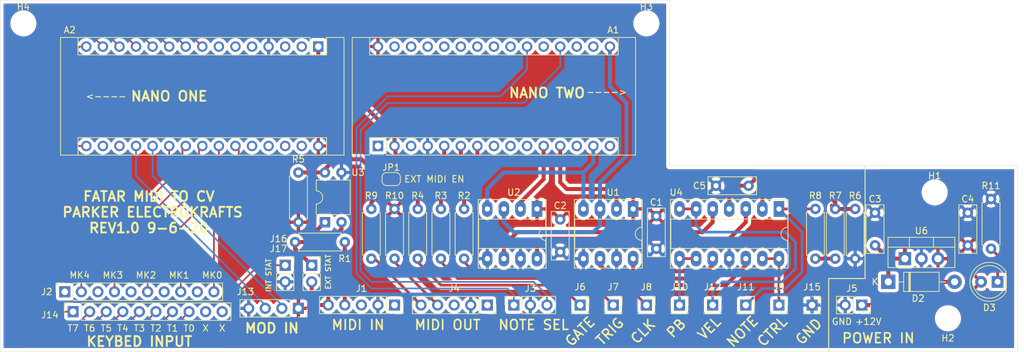
<source format=kicad_pcb>
(kicad_pcb (version 20171130) (host pcbnew "(5.1.6)-1")
  (layers (0 F.Cu signal) (31 B.Cu signal) (34 B.Paste user) (35 F.Paste user) (36 B.SilkS user) (37 F.SilkS user) (38 B.Mask user) (39 F.Mask user) (44 Edge.Cuts user))
  (net 0 "")
  (net 1 "Net-(A1-Pad16)")
  (net 2 "Net-(A1-Pad15)")
  (net 3 +5V)
  (net 4 "Net-(A1-Pad14)")
  (net 5 "Net-(A1-Pad29)")
  (net 6 "Net-(A1-Pad13)")
  (net 7 "Net-(A1-Pad28)")
  (net 8 "Net-(A1-Pad12)")
  (net 9 "Net-(A1-Pad27)")
  (net 10 "Net-(A1-Pad11)")
  (net 11 "Net-(A1-Pad26)")
  (net 12 "Net-(A1-Pad10)")
  (net 13 "Net-(A1-Pad25)")
  (net 14 "Net-(A1-Pad9)")
  (net 15 "Net-(A1-Pad24)")
  (net 16 "Net-(A1-Pad8)")
  (net 17 "Net-(A1-Pad23)")
  (net 18 "Net-(A1-Pad7)")
  (net 19 "Net-(A1-Pad22)")
  (net 20 "Net-(A1-Pad6)")
  (net 21 "Net-(A1-Pad21)")
  (net 22 "Net-(A1-Pad5)")
  (net 23 "Net-(A1-Pad20)")
  (net 24 GND)
  (net 25 "Net-(A1-Pad19)")
  (net 26 "Net-(A1-Pad3)")
  (net 27 "Net-(A1-Pad18)")
  (net 28 MIDI_OUT_FATAR)
  (net 29 "Net-(A1-Pad17)")
  (net 30 "Net-(A1-Pad1)")
  (net 31 T7)
  (net 32 T6)
  (net 33 T5)
  (net 34 "Net-(A2-Pad29)")
  (net 35 T4)
  (net 36 "Net-(A2-Pad28)")
  (net 37 T3)
  (net 38 "Net-(A2-Pad27)")
  (net 39 T2)
  (net 40 "Net-(A2-Pad26)")
  (net 41 T1)
  (net 42 MK4)
  (net 43 T0)
  (net 44 MK3)
  (net 45 MK2)
  (net 46 "Net-(A2-Pad7)")
  (net 47 MK1)
  (net 48 "Net-(A2-Pad6)")
  (net 49 MK0)
  (net 50 "Net-(A2-Pad5)")
  (net 51 MODWHEEL)
  (net 52 PITCHWHEEL)
  (net 53 "Net-(A2-Pad3)")
  (net 54 "Net-(A2-Pad18)")
  (net 55 "Net-(A2-Pad2)")
  (net 56 "Net-(A2-Pad17)")
  (net 57 +12V)
  (net 58 "Net-(D2-Pad2)")
  (net 59 "Net-(D3-Pad1)")
  (net 60 "Net-(J1-Pad4)")
  (net 61 "Net-(J1-Pad3)")
  (net 62 "Net-(J1-Pad1)")
  (net 63 BR4)
  (net 64 BR3)
  (net 65 BR2)
  (net 66 BR1)
  (net 67 BR0)
  (net 68 "Net-(J4-Pad5)")
  (net 69 "Net-(J4-Pad4)")
  (net 70 "Net-(J4-Pad3)")
  (net 71 "Net-(J4-Pad1)")
  (net 72 EXTERNAL_MIDI_IN)
  (net 73 CLOCK)
  (net 74 TRIGGER)
  (net 75 GATE)
  (net 76 "Net-(R6-Pad1)")
  (net 77 "Net-(R7-Pad2)")
  (net 78 NOTE)
  (net 79 "Net-(U1-Pad8)")
  (net 80 "Net-(U1-Pad6)")
  (net 81 "Net-(U2-Pad8)")
  (net 82 "Net-(U2-Pad6)")
  (net 83 CONTROL)
  (net 84 VELOCITY)
  (net 85 PITCHBEND)
  (net 86 "Net-(J14-Pad9)")
  (net 87 "Net-(J14-Pad10)")
  (net 88 "Net-(A2-Pad8)")
  (net 89 "Net-(J1-Pad5)")
  (net 90 "Net-(J17-Pad1)")
  (module Module:Arduino_Nano (layer F.Cu) (at 106.172 118.872 270)
    (fp_text reference A2 (at -2.54 38.1 180) (layer F.SilkS))
    (fp_text value Arduino_Nano_v2.x)
    (pad 16 thru_hole oval (at 15.24 35.56 270) (size 1.6 1.6) (drill 1) (layers *.Cu *.Mask) (net 31 T7))
    (pad 15 thru_hole oval (at 0 35.56 270) (size 1.6 1.6) (drill 1) (layers *.Cu *.Mask) (net 32 T6))
    (pad 30 thru_hole oval (at 15.24 0 270) (size 1.6 1.6) (drill 1) (layers *.Cu *.Mask) (net 3 +5V))
    (pad 14 thru_hole oval (at 0 33.02 270) (size 1.6 1.6) (drill 1) (layers *.Cu *.Mask) (net 33 T5))
    (pad 29 thru_hole oval (at 15.24 2.54 270) (size 1.6 1.6) (drill 1) (layers *.Cu *.Mask) (net 34 "Net-(A2-Pad29)"))
    (pad 13 thru_hole oval (at 0 30.48 270) (size 1.6 1.6) (drill 1) (layers *.Cu *.Mask) (net 35 T4))
    (pad 28 thru_hole oval (at 15.24 5.08 270) (size 1.6 1.6) (drill 1) (layers *.Cu *.Mask) (net 36 "Net-(A2-Pad28)"))
    (pad 12 thru_hole oval (at 0 27.94 270) (size 1.6 1.6) (drill 1) (layers *.Cu *.Mask) (net 37 T3))
    (pad 27 thru_hole oval (at 15.24 7.62 270) (size 1.6 1.6) (drill 1) (layers *.Cu *.Mask) (net 38 "Net-(A2-Pad27)"))
    (pad 11 thru_hole oval (at 0 25.4 270) (size 1.6 1.6) (drill 1) (layers *.Cu *.Mask) (net 39 T2))
    (pad 26 thru_hole oval (at 15.24 10.16 270) (size 1.6 1.6) (drill 1) (layers *.Cu *.Mask) (net 40 "Net-(A2-Pad26)"))
    (pad 10 thru_hole oval (at 0 22.86 270) (size 1.6 1.6) (drill 1) (layers *.Cu *.Mask) (net 41 T1))
    (pad 25 thru_hole oval (at 15.24 12.7 270) (size 1.6 1.6) (drill 1) (layers *.Cu *.Mask) (net 49 MK0))
    (pad 9 thru_hole oval (at 0 20.32 270) (size 1.6 1.6) (drill 1) (layers *.Cu *.Mask) (net 43 T0))
    (pad 24 thru_hole oval (at 15.24 15.24 270) (size 1.6 1.6) (drill 1) (layers *.Cu *.Mask) (net 47 MK1))
    (pad 8 thru_hole oval (at 0 17.78 270) (size 1.6 1.6) (drill 1) (layers *.Cu *.Mask) (net 88 "Net-(A2-Pad8)"))
    (pad 23 thru_hole oval (at 15.24 17.78 270) (size 1.6 1.6) (drill 1) (layers *.Cu *.Mask) (net 45 MK2))
    (pad 7 thru_hole oval (at 0 15.24 270) (size 1.6 1.6) (drill 1) (layers *.Cu *.Mask) (net 46 "Net-(A2-Pad7)"))
    (pad 22 thru_hole oval (at 15.24 20.32 270) (size 1.6 1.6) (drill 1) (layers *.Cu *.Mask) (net 44 MK3))
    (pad 6 thru_hole oval (at 0 12.7 270) (size 1.6 1.6) (drill 1) (layers *.Cu *.Mask) (net 48 "Net-(A2-Pad6)"))
    (pad 21 thru_hole oval (at 15.24 22.86 270) (size 1.6 1.6) (drill 1) (layers *.Cu *.Mask) (net 42 MK4))
    (pad 5 thru_hole oval (at 0 10.16 270) (size 1.6 1.6) (drill 1) (layers *.Cu *.Mask) (net 50 "Net-(A2-Pad5)"))
    (pad 20 thru_hole oval (at 15.24 25.4 270) (size 1.6 1.6) (drill 1) (layers *.Cu *.Mask) (net 51 MODWHEEL))
    (pad 4 thru_hole oval (at 0 7.62 270) (size 1.6 1.6) (drill 1) (layers *.Cu *.Mask) (net 24 GND))
    (pad 19 thru_hole oval (at 15.24 27.94 270) (size 1.6 1.6) (drill 1) (layers *.Cu *.Mask) (net 52 PITCHWHEEL))
    (pad 3 thru_hole oval (at 0 5.08 270) (size 1.6 1.6) (drill 1) (layers *.Cu *.Mask) (net 53 "Net-(A2-Pad3)"))
    (pad 18 thru_hole oval (at 15.24 30.48 270) (size 1.6 1.6) (drill 1) (layers *.Cu *.Mask) (net 54 "Net-(A2-Pad18)"))
    (pad 2 thru_hole oval (at 0 2.54 270) (size 1.6 1.6) (drill 1) (layers *.Cu *.Mask) (net 55 "Net-(A2-Pad2)"))
    (pad 17 thru_hole oval (at 15.24 33.02 270) (size 1.6 1.6) (drill 1) (layers *.Cu *.Mask) (net 56 "Net-(A2-Pad17)"))
    (pad 1 thru_hole rect (at 0 0 270) (size 1.6 1.6) (drill 1) (layers *.Cu *.Mask) (net 28 MIDI_OUT_FATAR))
  )
  (module Connector_PinSocket_2.54mm:PinSocket_1x02_P2.54mm_Vertical (layer F.Cu) (at 105.156 152.4)
    (fp_text reference J17 (at -5.08 -2.54) (layer F.SilkS))
    (fp_text value Conn_01x02)
    (pad 2 thru_hole oval (at 0 2.54) (size 1.7 1.7) (drill 1) (layers *.Cu *.Mask) (net 89 "Net-(J1-Pad5)"))
    (pad 1 thru_hole rect (at 0 0) (size 1.7 1.7) (drill 1) (layers *.Cu *.Mask) (net 90 "Net-(J17-Pad1)"))
  )
  (module Connector_PinSocket_2.54mm:PinSocket_1x02_P2.54mm_Vertical (layer F.Cu) (at 101.092 152.4)
    (fp_text reference J16 (at -1.016 -4.064) (layer F.SilkS))
    (fp_text value Conn_01x02)
    (pad 2 thru_hole oval (at 0 2.54) (size 1.7 1.7) (drill 1) (layers *.Cu *.Mask) (net 24 GND))
    (pad 1 thru_hole rect (at 0 0) (size 1.7 1.7) (drill 1) (layers *.Cu *.Mask) (net 88 "Net-(A2-Pad8)"))
  )
  (module MountingHole:MountingHole_3mm (layer F.Cu) (at 60.96 115.316)
    (fp_text reference H4 (at 0 -2.54) (layer F.SilkS))
    (fp_text value MountingHole)
    (pad 1 np_thru_hole circle (at 0 0) (size 3 3) (drill 3) (layers *.Cu *.Mask))
  )
  (module MountingHole:MountingHole_3mm (layer F.Cu) (at 156.464 115.316)
    (fp_text reference H3 (at 0 -2.54) (layer F.SilkS))
    (fp_text value MountingHole)
    (pad 1 np_thru_hole circle (at 0 0) (size 3 3) (drill 3) (layers *.Cu *.Mask))
  )
  (module MountingHole:MountingHole_3mm (layer F.Cu) (at 202.692 160.528)
    (fp_text reference H2 (at 0 3.048) (layer F.SilkS))
    (fp_text value MountingHole)
    (pad 1 np_thru_hole circle (at 0 0) (size 3 3) (drill 3) (layers *.Cu *.Mask))
  )
  (module MountingHole:MountingHole_3mm (layer F.Cu) (at 200.66 141.224)
    (fp_text reference H1 (at 0 -2.54) (layer F.SilkS))
    (fp_text value MountingHole)
    (pad 1 np_thru_hole circle (at 0 0) (size 3 3) (drill 3) (layers *.Cu *.Mask))
  )
  (module Jumper:SolderJumper-2_P1.3mm_Open_RoundedPad1.0x1.5mm (layer F.Cu) (at 117.348 139.192)
    (fp_text reference JP1 (at 0 -1.8) (layer F.SilkS))
    (fp_text value JUMPER)
    (pad 2 smd custom (at 0.65 0) (size 1 0.5) (layers F.Cu F.Mask) (net 28 MIDI_OUT_FATAR) (options (clearance outline) (anchor rect)) (primitives (gr_circle (center 0 0.25) (end 0.5 0.25) (width 0)) (gr_circle (center 0 -0.25) (end 0.5 -0.25) (width 0)) (gr_poly (pts (xy 0 -0.75) (xy -0.5 -0.75) (xy -0.5 0.75) (xy 0 0.75)) (width 0))))
    (pad 1 smd custom (at -0.65 0) (size 1 0.5) (layers F.Cu F.Mask) (net 72 EXTERNAL_MIDI_IN) (options (clearance outline) (anchor rect)) (primitives (gr_circle (center 0 0.25) (end 0.5 0.25) (width 0)) (gr_circle (center 0 -0.25) (end 0.5 -0.25) (width 0)) (gr_poly (pts (xy 0 -0.75) (xy 0.5 -0.75) (xy 0.5 0.75) (xy 0 0.75)) (width 0))))
  )
  (module Connector_PinSocket_2.54mm:PinSocket_1x01_P2.54mm_Vertical (layer F.Cu) (at 181.864 158.496)
    (fp_text reference J15 (at 0 -2.77) (layer F.SilkS))
    (fp_text value Conn_01x01)
    (pad 1 thru_hole rect (at 0 0) (size 1.7 1.7) (drill 1) (layers *.Cu *.Mask) (net 24 GND))
  )
  (module Connector_PinSocket_2.54mm:PinSocket_1x01_P2.54mm_Vertical (layer F.Cu) (at 166.624 158.496)
    (fp_text reference J12 (at 0 -2.77) (layer F.SilkS))
    (fp_text value Conn_01x01)
    (pad 1 thru_hole rect (at 0 0) (size 1.7 1.7) (drill 1) (layers *.Cu *.Mask) (net 84 VELOCITY))
  )
  (module Connector_PinSocket_2.54mm:PinSocket_1x01_P2.54mm_Vertical (layer F.Cu) (at 171.704 158.496)
    (fp_text reference J11 (at 0 -2.77) (layer F.SilkS))
    (fp_text value Conn_01x01)
    (pad 1 thru_hole rect (at 0 0) (size 1.7 1.7) (drill 1) (layers *.Cu *.Mask) (net 78 NOTE))
  )
  (module Connector_PinSocket_2.54mm:PinSocket_1x01_P2.54mm_Vertical (layer F.Cu) (at 161.544 158.496)
    (fp_text reference J10 (at 0 -2.77) (layer F.SilkS))
    (fp_text value Conn_01x01)
    (pad 1 thru_hole rect (at 0 0) (size 1.7 1.7) (drill 1) (layers *.Cu *.Mask) (net 85 PITCHBEND))
  )
  (module Connector_PinSocket_2.54mm:PinSocket_1x01_P2.54mm_Vertical (layer F.Cu) (at 176.784 158.496)
    (fp_text reference J9 (at 0 -2.77) (layer F.SilkS))
    (fp_text value Conn_01x01)
    (pad 1 thru_hole rect (at 0 0) (size 1.7 1.7) (drill 1) (layers *.Cu *.Mask) (net 83 CONTROL))
  )
  (module Connector_PinSocket_2.54mm:PinSocket_1x01_P2.54mm_Vertical (layer F.Cu) (at 156.464 158.496)
    (fp_text reference J8 (at 0 -2.77) (layer F.SilkS))
    (fp_text value Conn_01x01)
    (pad 1 thru_hole rect (at 0 0) (size 1.7 1.7) (drill 1) (layers *.Cu *.Mask) (net 73 CLOCK))
  )
  (module Connector_PinSocket_2.54mm:PinSocket_1x01_P2.54mm_Vertical (layer F.Cu) (at 151.384 158.496)
    (fp_text reference J7 (at 0 -2.77) (layer F.SilkS))
    (fp_text value Conn_01x01)
    (pad 1 thru_hole rect (at 0 0) (size 1.7 1.7) (drill 1) (layers *.Cu *.Mask) (net 74 TRIGGER))
  )
  (module Connector_PinSocket_2.54mm:PinSocket_1x01_P2.54mm_Vertical (layer F.Cu) (at 146.304 158.496)
    (fp_text reference J6 (at 0 -2.77) (layer F.SilkS))
    (fp_text value Conn_01x01)
    (pad 1 thru_hole rect (at 0 0) (size 1.7 1.7) (drill 1) (layers *.Cu *.Mask) (net 75 GATE))
  )
  (module Connector_PinSocket_2.54mm:PinSocket_1x10_P2.54mm_Vertical (layer F.Cu) (at 68.58 159.512 90)
    (fp_text reference J14 (at -0.508 -3.556) (layer F.SilkS))
    (fp_text value Conn_01x10)
    (pad 10 thru_hole oval (at 0 22.86 90) (size 1.7 1.7) (drill 1) (layers *.Cu *.Mask) (net 87 "Net-(J14-Pad10)"))
    (pad 9 thru_hole oval (at 0 20.32 90) (size 1.7 1.7) (drill 1) (layers *.Cu *.Mask) (net 86 "Net-(J14-Pad9)"))
    (pad 8 thru_hole oval (at 0 17.78 90) (size 1.7 1.7) (drill 1) (layers *.Cu *.Mask) (net 43 T0))
    (pad 7 thru_hole oval (at 0 15.24 90) (size 1.7 1.7) (drill 1) (layers *.Cu *.Mask) (net 41 T1))
    (pad 6 thru_hole oval (at 0 12.7 90) (size 1.7 1.7) (drill 1) (layers *.Cu *.Mask) (net 39 T2))
    (pad 5 thru_hole oval (at 0 10.16 90) (size 1.7 1.7) (drill 1) (layers *.Cu *.Mask) (net 37 T3))
    (pad 4 thru_hole oval (at 0 7.62 90) (size 1.7 1.7) (drill 1) (layers *.Cu *.Mask) (net 35 T4))
    (pad 3 thru_hole oval (at 0 5.08 90) (size 1.7 1.7) (drill 1) (layers *.Cu *.Mask) (net 33 T5))
    (pad 2 thru_hole oval (at 0 2.54 90) (size 1.7 1.7) (drill 1) (layers *.Cu *.Mask) (net 32 T6))
    (pad 1 thru_hole rect (at 0 0 90) (size 1.7 1.7) (drill 1) (layers *.Cu *.Mask) (net 31 T7))
  )
  (module Connector_PinSocket_2.54mm:PinSocket_1x10_P2.54mm_Vertical (layer F.Cu) (at 67.31 156.464 90)
    (fp_text reference J2 (at 0 -2.77) (layer F.SilkS))
    (fp_text value Conn_01x10)
    (pad 10 thru_hole oval (at 0 22.86 90) (size 1.7 1.7) (drill 1) (layers *.Cu *.Mask) (net 49 MK0))
    (pad 9 thru_hole oval (at 0 20.32 90) (size 1.7 1.7) (drill 1) (layers *.Cu *.Mask) (net 67 BR0))
    (pad 8 thru_hole oval (at 0 17.78 90) (size 1.7 1.7) (drill 1) (layers *.Cu *.Mask) (net 47 MK1))
    (pad 7 thru_hole oval (at 0 15.24 90) (size 1.7 1.7) (drill 1) (layers *.Cu *.Mask) (net 66 BR1))
    (pad 6 thru_hole oval (at 0 12.7 90) (size 1.7 1.7) (drill 1) (layers *.Cu *.Mask) (net 45 MK2))
    (pad 5 thru_hole oval (at 0 10.16 90) (size 1.7 1.7) (drill 1) (layers *.Cu *.Mask) (net 65 BR2))
    (pad 4 thru_hole oval (at 0 7.62 90) (size 1.7 1.7) (drill 1) (layers *.Cu *.Mask) (net 44 MK3))
    (pad 3 thru_hole oval (at 0 5.08 90) (size 1.7 1.7) (drill 1) (layers *.Cu *.Mask) (net 64 BR3))
    (pad 2 thru_hole oval (at 0 2.54 90) (size 1.7 1.7) (drill 1) (layers *.Cu *.Mask) (net 42 MK4))
    (pad 1 thru_hole rect (at 0 0 90) (size 1.7 1.7) (drill 1) (layers *.Cu *.Mask) (net 63 BR4))
  )
  (module Module:Arduino_Nano (layer F.Cu) (at 115.316 134.112 90)
    (fp_text reference A1 (at 17.78 36.068) (layer F.SilkS))
    (fp_text value Arduino_Nano_v2.x)
    (pad 16 thru_hole oval (at 15.24 35.56 90) (size 1.6 1.6) (drill 1) (layers *.Cu *.Mask) (net 1 "Net-(A1-Pad16)"))
    (pad 15 thru_hole oval (at 0 35.56 90) (size 1.6 1.6) (drill 1) (layers *.Cu *.Mask) (net 2 "Net-(A1-Pad15)"))
    (pad 30 thru_hole oval (at 15.24 0 90) (size 1.6 1.6) (drill 1) (layers *.Cu *.Mask) (net 3 +5V))
    (pad 14 thru_hole oval (at 0 33.02 90) (size 1.6 1.6) (drill 1) (layers *.Cu *.Mask) (net 4 "Net-(A1-Pad14)"))
    (pad 29 thru_hole oval (at 15.24 2.54 90) (size 1.6 1.6) (drill 1) (layers *.Cu *.Mask) (net 5 "Net-(A1-Pad29)"))
    (pad 13 thru_hole oval (at 0 30.48 90) (size 1.6 1.6) (drill 1) (layers *.Cu *.Mask) (net 6 "Net-(A1-Pad13)"))
    (pad 28 thru_hole oval (at 15.24 5.08 90) (size 1.6 1.6) (drill 1) (layers *.Cu *.Mask) (net 7 "Net-(A1-Pad28)"))
    (pad 12 thru_hole oval (at 0 27.94 90) (size 1.6 1.6) (drill 1) (layers *.Cu *.Mask) (net 8 "Net-(A1-Pad12)"))
    (pad 27 thru_hole oval (at 15.24 7.62 90) (size 1.6 1.6) (drill 1) (layers *.Cu *.Mask) (net 9 "Net-(A1-Pad27)"))
    (pad 11 thru_hole oval (at 0 25.4 90) (size 1.6 1.6) (drill 1) (layers *.Cu *.Mask) (net 10 "Net-(A1-Pad11)"))
    (pad 26 thru_hole oval (at 15.24 10.16 90) (size 1.6 1.6) (drill 1) (layers *.Cu *.Mask) (net 11 "Net-(A1-Pad26)"))
    (pad 10 thru_hole oval (at 0 22.86 90) (size 1.6 1.6) (drill 1) (layers *.Cu *.Mask) (net 12 "Net-(A1-Pad10)"))
    (pad 25 thru_hole oval (at 15.24 12.7 90) (size 1.6 1.6) (drill 1) (layers *.Cu *.Mask) (net 13 "Net-(A1-Pad25)"))
    (pad 9 thru_hole oval (at 0 20.32 90) (size 1.6 1.6) (drill 1) (layers *.Cu *.Mask) (net 14 "Net-(A1-Pad9)"))
    (pad 24 thru_hole oval (at 15.24 15.24 90) (size 1.6 1.6) (drill 1) (layers *.Cu *.Mask) (net 15 "Net-(A1-Pad24)"))
    (pad 8 thru_hole oval (at 0 17.78 90) (size 1.6 1.6) (drill 1) (layers *.Cu *.Mask) (net 16 "Net-(A1-Pad8)"))
    (pad 23 thru_hole oval (at 15.24 17.78 90) (size 1.6 1.6) (drill 1) (layers *.Cu *.Mask) (net 17 "Net-(A1-Pad23)"))
    (pad 7 thru_hole oval (at 0 15.24 90) (size 1.6 1.6) (drill 1) (layers *.Cu *.Mask) (net 18 "Net-(A1-Pad7)"))
    (pad 22 thru_hole oval (at 15.24 20.32 90) (size 1.6 1.6) (drill 1) (layers *.Cu *.Mask) (net 19 "Net-(A1-Pad22)"))
    (pad 6 thru_hole oval (at 0 12.7 90) (size 1.6 1.6) (drill 1) (layers *.Cu *.Mask) (net 20 "Net-(A1-Pad6)"))
    (pad 21 thru_hole oval (at 15.24 22.86 90) (size 1.6 1.6) (drill 1) (layers *.Cu *.Mask) (net 21 "Net-(A1-Pad21)"))
    (pad 5 thru_hole oval (at 0 10.16 90) (size 1.6 1.6) (drill 1) (layers *.Cu *.Mask) (net 22 "Net-(A1-Pad5)"))
    (pad 20 thru_hole oval (at 15.24 25.4 90) (size 1.6 1.6) (drill 1) (layers *.Cu *.Mask) (net 23 "Net-(A1-Pad20)"))
    (pad 4 thru_hole oval (at 0 7.62 90) (size 1.6 1.6) (drill 1) (layers *.Cu *.Mask) (net 24 GND))
    (pad 19 thru_hole oval (at 15.24 27.94 90) (size 1.6 1.6) (drill 1) (layers *.Cu *.Mask) (net 25 "Net-(A1-Pad19)"))
    (pad 3 thru_hole oval (at 0 5.08 90) (size 1.6 1.6) (drill 1) (layers *.Cu *.Mask) (net 26 "Net-(A1-Pad3)"))
    (pad 18 thru_hole oval (at 15.24 30.48 90) (size 1.6 1.6) (drill 1) (layers *.Cu *.Mask) (net 27 "Net-(A1-Pad18)"))
    (pad 2 thru_hole oval (at 0 2.54 90) (size 1.6 1.6) (drill 1) (layers *.Cu *.Mask) (net 28 MIDI_OUT_FATAR))
    (pad 17 thru_hole oval (at 15.24 33.02 90) (size 1.6 1.6) (drill 1) (layers *.Cu *.Mask) (net 29 "Net-(A1-Pad17)"))
    (pad 1 thru_hole rect (at 0 0 90) (size 1.6 1.6) (drill 1) (layers *.Cu *.Mask) (net 30 "Net-(A1-Pad1)"))
  )
  (module Package_DIP:DIP-8_W7.62mm_Socket_LongPads (layer F.Cu) (at 154.432 143.764 270)
    (fp_text reference U1 (at -2.54 3.048 180) (layer F.SilkS))
    (fp_text value MCP4822)
    (pad 8 thru_hole oval (at 7.62 0 270) (size 2.4 1.6) (drill 0.8) (layers *.Cu *.Mask) (net 79 "Net-(U1-Pad8)"))
    (pad 4 thru_hole oval (at 0 7.62 270) (size 2.4 1.6) (drill 0.8) (layers *.Cu *.Mask) (net 4 "Net-(A1-Pad14)"))
    (pad 7 thru_hole oval (at 7.62 2.54 270) (size 2.4 1.6) (drill 0.8) (layers *.Cu *.Mask) (net 24 GND))
    (pad 3 thru_hole oval (at 0 5.08 270) (size 2.4 1.6) (drill 0.8) (layers *.Cu *.Mask) (net 1 "Net-(A1-Pad16)"))
    (pad 6 thru_hole oval (at 7.62 5.08 270) (size 2.4 1.6) (drill 0.8) (layers *.Cu *.Mask) (net 80 "Net-(U1-Pad6)"))
    (pad 2 thru_hole oval (at 0 2.54 270) (size 2.4 1.6) (drill 0.8) (layers *.Cu *.Mask) (net 8 "Net-(A1-Pad12)"))
    (pad 5 thru_hole oval (at 7.62 7.62 270) (size 2.4 1.6) (drill 0.8) (layers *.Cu *.Mask) (net 24 GND))
    (pad 1 thru_hole rect (at 0 0 270) (size 2.4 1.6) (drill 0.8) (layers *.Cu *.Mask) (net 3 +5V))
  )
  (module Package_DIP:DIP-14_W7.62mm_Socket_LongPads (layer F.Cu) (at 176.784 143.764 270)
    (fp_text reference U4 (at -2.54 15.748) (layer F.SilkS))
    (fp_text value LM324N)
    (pad 14 thru_hole oval (at 7.62 0 270) (size 2.4 1.6) (drill 0.8) (layers *.Cu *.Mask) (net 83 CONTROL))
    (pad 7 thru_hole oval (at 0 15.24 270) (size 2.4 1.6) (drill 0.8) (layers *.Cu *.Mask) (net 84 VELOCITY))
    (pad 13 thru_hole oval (at 7.62 2.54 270) (size 2.4 1.6) (drill 0.8) (layers *.Cu *.Mask) (net 83 CONTROL))
    (pad 6 thru_hole oval (at 0 12.7 270) (size 2.4 1.6) (drill 0.8) (layers *.Cu *.Mask) (net 84 VELOCITY))
    (pad 12 thru_hole oval (at 7.62 5.08 270) (size 2.4 1.6) (drill 0.8) (layers *.Cu *.Mask) (net 80 "Net-(U1-Pad6)"))
    (pad 5 thru_hole oval (at 0 10.16 270) (size 2.4 1.6) (drill 0.8) (layers *.Cu *.Mask) (net 82 "Net-(U2-Pad6)"))
    (pad 11 thru_hole oval (at 7.62 7.62 270) (size 2.4 1.6) (drill 0.8) (layers *.Cu *.Mask) (net 24 GND))
    (pad 4 thru_hole oval (at 0 7.62 270) (size 2.4 1.6) (drill 0.8) (layers *.Cu *.Mask) (net 57 +12V))
    (pad 10 thru_hole oval (at 7.62 10.16 270) (size 2.4 1.6) (drill 0.8) (layers *.Cu *.Mask) (net 79 "Net-(U1-Pad8)"))
    (pad 3 thru_hole oval (at 0 5.08 270) (size 2.4 1.6) (drill 0.8) (layers *.Cu *.Mask) (net 81 "Net-(U2-Pad8)"))
    (pad 9 thru_hole oval (at 7.62 12.7 270) (size 2.4 1.6) (drill 0.8) (layers *.Cu *.Mask) (net 85 PITCHBEND))
    (pad 2 thru_hole oval (at 0 2.54 270) (size 2.4 1.6) (drill 0.8) (layers *.Cu *.Mask) (net 76 "Net-(R6-Pad1)"))
    (pad 8 thru_hole oval (at 7.62 15.24 270) (size 2.4 1.6) (drill 0.8) (layers *.Cu *.Mask) (net 85 PITCHBEND))
    (pad 1 thru_hole rect (at 0 0 270) (size 2.4 1.6) (drill 0.8) (layers *.Cu *.Mask) (net 78 NOTE))
  )
  (module Resistor_THT:R_Axial_DIN0207_L6.3mm_D2.5mm_P7.62mm_Horizontal (layer F.Cu) (at 182.372 151.384 90)
    (fp_text reference R8 (at 9.652 0) (layer F.SilkS))
    (fp_text value 4.7k)
    (pad 2 thru_hole oval (at 7.62 0 90) (size 1.6 1.6) (drill 0.8) (layers *.Cu *.Mask) (net 78 NOTE))
    (pad 1 thru_hole circle (at 0 0 90) (size 1.6 1.6) (drill 0.8) (layers *.Cu *.Mask) (net 77 "Net-(R7-Pad2)"))
  )
  (module Capacitor_THT:C_Rect_L7.2mm_W2.5mm_P5.00mm_FKS2_FKP2_MKS2_MKP2 (layer F.Cu) (at 167.132 140.208)
    (fp_text reference C5 (at -2.54 0) (layer F.SilkS))
    (fp_text value .01uF)
    (pad 2 thru_hole circle (at 5 0) (size 1.6 1.6) (drill 0.8) (layers *.Cu *.Mask) (net 57 +12V))
    (pad 1 thru_hole circle (at 0 0) (size 1.6 1.6) (drill 0.8) (layers *.Cu *.Mask) (net 24 GND))
  )
  (module Package_TO_SOT_THT:TO-220-3_Vertical (layer F.Cu) (at 196.088 151.384)
    (fp_text reference U6 (at 2.54 -4.27) (layer F.SilkS))
    (fp_text value LM7805_TO220)
    (pad 3 thru_hole oval (at 5.08 0) (size 1.905 2) (drill 1.1) (layers *.Cu *.Mask) (net 3 +5V))
    (pad 2 thru_hole oval (at 2.54 0) (size 1.905 2) (drill 1.1) (layers *.Cu *.Mask) (net 24 GND))
    (pad 1 thru_hole rect (at 0 0) (size 1.905 2) (drill 1.1) (layers *.Cu *.Mask) (net 57 +12V))
  )
  (module Package_DIP:DIP-4_W7.62mm (layer F.Cu) (at 107.188 145.796 90)
    (fp_text reference U3 (at 7.62 5.08) (layer F.SilkS))
    (fp_text value SFH617A-1)
    (pad 4 thru_hole oval (at 7.62 0 90) (size 1.6 1.6) (drill 0.8) (layers *.Cu *.Mask) (net 72 EXTERNAL_MIDI_IN))
    (pad 2 thru_hole oval (at 0 2.54 90) (size 1.6 1.6) (drill 0.8) (layers *.Cu *.Mask) (net 89 "Net-(J1-Pad5)"))
    (pad 3 thru_hole oval (at 7.62 2.54 90) (size 1.6 1.6) (drill 0.8) (layers *.Cu *.Mask) (net 24 GND))
    (pad 1 thru_hole rect (at 0 0 90) (size 1.6 1.6) (drill 0.8) (layers *.Cu *.Mask) (net 90 "Net-(J17-Pad1)"))
  )
  (module Package_DIP:DIP-8_W7.62mm_Socket_LongPads (layer F.Cu) (at 139.7 143.764 270)
    (fp_text reference U2 (at -2.54 3.556) (layer F.SilkS))
    (fp_text value MCP4822)
    (pad 8 thru_hole oval (at 7.62 0 270) (size 2.4 1.6) (drill 0.8) (layers *.Cu *.Mask) (net 81 "Net-(U2-Pad8)"))
    (pad 4 thru_hole oval (at 0 7.62 270) (size 2.4 1.6) (drill 0.8) (layers *.Cu *.Mask) (net 4 "Net-(A1-Pad14)"))
    (pad 7 thru_hole oval (at 7.62 2.54 270) (size 2.4 1.6) (drill 0.8) (layers *.Cu *.Mask) (net 24 GND))
    (pad 3 thru_hole oval (at 0 5.08 270) (size 2.4 1.6) (drill 0.8) (layers *.Cu *.Mask) (net 1 "Net-(A1-Pad16)"))
    (pad 6 thru_hole oval (at 7.62 5.08 270) (size 2.4 1.6) (drill 0.8) (layers *.Cu *.Mask) (net 82 "Net-(U2-Pad6)"))
    (pad 2 thru_hole oval (at 0 2.54 270) (size 2.4 1.6) (drill 0.8) (layers *.Cu *.Mask) (net 10 "Net-(A1-Pad11)"))
    (pad 5 thru_hole oval (at 7.62 7.62 270) (size 2.4 1.6) (drill 0.8) (layers *.Cu *.Mask) (net 24 GND))
    (pad 1 thru_hole rect (at 0 0 270) (size 2.4 1.6) (drill 0.8) (layers *.Cu *.Mask) (net 3 +5V))
  )
  (module Resistor_THT:R_Axial_DIN0207_L6.3mm_D2.5mm_P7.62mm_Horizontal (layer F.Cu) (at 209.296 142.24 270)
    (fp_text reference R11 (at -2.032 0) (layer F.SilkS))
    (fp_text value 220)
    (pad 2 thru_hole oval (at 7.62 0 270) (size 1.6 1.6) (drill 0.8) (layers *.Cu *.Mask) (net 59 "Net-(D3-Pad1)"))
    (pad 1 thru_hole circle (at 0 0 270) (size 1.6 1.6) (drill 0.8) (layers *.Cu *.Mask) (net 24 GND))
  )
  (module Resistor_THT:R_Axial_DIN0207_L6.3mm_D2.5mm_P7.62mm_Horizontal (layer F.Cu) (at 117.856 143.764 270)
    (fp_text reference R10 (at -2.032 0) (layer F.SilkS))
    (fp_text value 220)
    (pad 2 thru_hole oval (at 7.62 0 270) (size 1.6 1.6) (drill 0.8) (layers *.Cu *.Mask) (net 69 "Net-(J4-Pad4)"))
    (pad 1 thru_hole circle (at 0 0 270) (size 1.6 1.6) (drill 0.8) (layers *.Cu *.Mask) (net 3 +5V))
  )
  (module Resistor_THT:R_Axial_DIN0207_L6.3mm_D2.5mm_P7.62mm_Horizontal (layer F.Cu) (at 114.3 151.384 90)
    (fp_text reference R9 (at 9.652 0) (layer F.SilkS))
    (fp_text value 220)
    (pad 2 thru_hole oval (at 7.62 0 90) (size 1.6 1.6) (drill 0.8) (layers *.Cu *.Mask) (net 28 MIDI_OUT_FATAR))
    (pad 1 thru_hole circle (at 0 0 90) (size 1.6 1.6) (drill 0.8) (layers *.Cu *.Mask) (net 68 "Net-(J4-Pad5)"))
  )
  (module Resistor_THT:R_Axial_DIN0207_L6.3mm_D2.5mm_P7.62mm_Horizontal (layer F.Cu) (at 185.42 143.764 270)
    (fp_text reference R7 (at -2.032 0 180) (layer F.SilkS))
    (fp_text value 3k)
    (pad 2 thru_hole oval (at 7.62 0 270) (size 1.6 1.6) (drill 0.8) (layers *.Cu *.Mask) (net 77 "Net-(R7-Pad2)"))
    (pad 1 thru_hole circle (at 0 0 270) (size 1.6 1.6) (drill 0.8) (layers *.Cu *.Mask) (net 76 "Net-(R6-Pad1)"))
  )
  (module Resistor_THT:R_Axial_DIN0207_L6.3mm_D2.5mm_P7.62mm_Horizontal (layer F.Cu) (at 188.468 143.764 270)
    (fp_text reference R6 (at -2.032 0) (layer F.SilkS))
    (fp_text value 10k)
    (pad 2 thru_hole oval (at 7.62 0 270) (size 1.6 1.6) (drill 0.8) (layers *.Cu *.Mask) (net 24 GND))
    (pad 1 thru_hole circle (at 0 0 270) (size 1.6 1.6) (drill 0.8) (layers *.Cu *.Mask) (net 76 "Net-(R6-Pad1)"))
  )
  (module Resistor_THT:R_Axial_DIN0207_L6.3mm_D2.5mm_P7.62mm_Horizontal (layer F.Cu) (at 103.124 138.176 270)
    (fp_text reference R5 (at -2.032 0) (layer F.SilkS))
    (fp_text value 500)
    (pad 2 thru_hole oval (at 7.62 0 270) (size 1.6 1.6) (drill 0.8) (layers *.Cu *.Mask) (net 3 +5V))
    (pad 1 thru_hole circle (at 0 0 270) (size 1.6 1.6) (drill 0.8) (layers *.Cu *.Mask) (net 72 EXTERNAL_MIDI_IN))
  )
  (module Resistor_THT:R_Axial_DIN0207_L6.3mm_D2.5mm_P7.62mm_Horizontal (layer F.Cu) (at 121.412 151.384 90)
    (fp_text reference R4 (at 9.652 0) (layer F.SilkS))
    (fp_text value 1k)
    (pad 2 thru_hole oval (at 7.62 0 90) (size 1.6 1.6) (drill 0.8) (layers *.Cu *.Mask) (net 22 "Net-(A1-Pad5)"))
    (pad 1 thru_hole circle (at 0 0 90) (size 1.6 1.6) (drill 0.8) (layers *.Cu *.Mask) (net 75 GATE))
  )
  (module Resistor_THT:R_Axial_DIN0207_L6.3mm_D2.5mm_P7.62mm_Horizontal (layer F.Cu) (at 124.968 151.384 90)
    (fp_text reference R3 (at 9.652 0) (layer F.SilkS))
    (fp_text value 1k)
    (pad 2 thru_hole oval (at 7.62 0 90) (size 1.6 1.6) (drill 0.8) (layers *.Cu *.Mask) (net 20 "Net-(A1-Pad6)"))
    (pad 1 thru_hole circle (at 0 0 90) (size 1.6 1.6) (drill 0.8) (layers *.Cu *.Mask) (net 74 TRIGGER))
  )
  (module Resistor_THT:R_Axial_DIN0207_L6.3mm_D2.5mm_P7.62mm_Horizontal (layer F.Cu) (at 128.524 151.384 90)
    (fp_text reference R2 (at 9.652 0) (layer F.SilkS))
    (fp_text value 1k)
    (pad 2 thru_hole oval (at 7.62 0 90) (size 1.6 1.6) (drill 0.8) (layers *.Cu *.Mask) (net 18 "Net-(A1-Pad7)"))
    (pad 1 thru_hole circle (at 0 0 90) (size 1.6 1.6) (drill 0.8) (layers *.Cu *.Mask) (net 73 CLOCK))
  )
  (module Resistor_THT:R_Axial_DIN0207_L6.3mm_D2.5mm_P7.62mm_Horizontal (layer F.Cu) (at 110.236 148.844 180)
    (fp_text reference R1 (at 0 -2.54) (layer F.SilkS))
    (fp_text value 220)
    (pad 2 thru_hole oval (at 7.62 0 180) (size 1.6 1.6) (drill 0.8) (layers *.Cu *.Mask) (net 90 "Net-(J17-Pad1)"))
    (pad 1 thru_hole circle (at 0 0 180) (size 1.6 1.6) (drill 0.8) (layers *.Cu *.Mask) (net 60 "Net-(J1-Pad4)"))
  )
  (module Connector_PinSocket_2.54mm:PinSocket_1x04_P2.54mm_Vertical (layer F.Cu) (at 103.124 159.004 270)
    (fp_text reference J13 (at -2.54 8.128) (layer F.SilkS))
    (fp_text value Conn_01x04)
    (pad 4 thru_hole oval (at 0 7.62 270) (size 1.7 1.7) (drill 1) (layers *.Cu *.Mask) (net 24 GND))
    (pad 3 thru_hole oval (at 0 5.08 270) (size 1.7 1.7) (drill 1) (layers *.Cu *.Mask) (net 52 PITCHWHEEL))
    (pad 2 thru_hole oval (at 0 2.54 270) (size 1.7 1.7) (drill 1) (layers *.Cu *.Mask) (net 51 MODWHEEL))
    (pad 1 thru_hole rect (at 0 0 270) (size 1.7 1.7) (drill 1) (layers *.Cu *.Mask) (net 3 +5V))
  )
  (module Connector_PinSocket_2.54mm:PinSocket_1x02_P2.54mm_Vertical (layer F.Cu) (at 189.484 158.496 270)
    (fp_text reference J5 (at -2.54 1.524) (layer F.SilkS))
    (fp_text value Conn_01x02)
    (pad 2 thru_hole oval (at 0 2.54 270) (size 1.7 1.7) (drill 1) (layers *.Cu *.Mask) (net 24 GND))
    (pad 1 thru_hole rect (at 0 0 270) (size 1.7 1.7) (drill 1) (layers *.Cu *.Mask) (net 58 "Net-(D2-Pad2)"))
  )
  (module Connector_PinSocket_2.54mm:PinSocket_1x05_P2.54mm_Vertical (layer F.Cu) (at 132.08 158.496 270)
    (fp_text reference J4 (at -2.54 5.08 180) (layer F.SilkS))
    (fp_text value DIN-5_180degree)
    (pad 5 thru_hole oval (at 0 10.16 270) (size 1.7 1.7) (drill 1) (layers *.Cu *.Mask) (net 68 "Net-(J4-Pad5)"))
    (pad 4 thru_hole oval (at 0 7.62 270) (size 1.7 1.7) (drill 1) (layers *.Cu *.Mask) (net 69 "Net-(J4-Pad4)"))
    (pad 3 thru_hole oval (at 0 5.08 270) (size 1.7 1.7) (drill 1) (layers *.Cu *.Mask) (net 70 "Net-(J4-Pad3)"))
    (pad 2 thru_hole oval (at 0 2.54 270) (size 1.7 1.7) (drill 1) (layers *.Cu *.Mask) (net 24 GND))
    (pad 1 thru_hole rect (at 0 0 270) (size 1.7 1.7) (drill 1) (layers *.Cu *.Mask) (net 71 "Net-(J4-Pad1)"))
  )
  (module Connector_PinSocket_2.54mm:PinSocket_1x03_P2.54mm_Vertical (layer F.Cu) (at 136.144 158.496 90)
    (fp_text reference J3 (at 2.54 2.54 180) (layer F.SilkS))
    (fp_text value Conn_01x03)
    (pad 3 thru_hole oval (at 0 5.08 90) (size 1.7 1.7) (drill 1) (layers *.Cu *.Mask) (net 25 "Net-(A1-Pad19)"))
    (pad 2 thru_hole oval (at 0 2.54 90) (size 1.7 1.7) (drill 1) (layers *.Cu *.Mask) (net 24 GND))
    (pad 1 thru_hole rect (at 0 0 90) (size 1.7 1.7) (drill 1) (layers *.Cu *.Mask) (net 21 "Net-(A1-Pad21)"))
  )
  (module Connector_PinSocket_2.54mm:PinSocket_1x05_P2.54mm_Vertical (layer F.Cu) (at 117.856 158.496 270)
    (fp_text reference J1 (at -2.54 5.08) (layer F.SilkS))
    (fp_text value DIN-5_180degree)
    (pad 5 thru_hole oval (at 0 10.16 270) (size 1.7 1.7) (drill 1) (layers *.Cu *.Mask) (net 89 "Net-(J1-Pad5)"))
    (pad 4 thru_hole oval (at 0 7.62 270) (size 1.7 1.7) (drill 1) (layers *.Cu *.Mask) (net 60 "Net-(J1-Pad4)"))
    (pad 3 thru_hole oval (at 0 5.08 270) (size 1.7 1.7) (drill 1) (layers *.Cu *.Mask) (net 61 "Net-(J1-Pad3)"))
    (pad 2 thru_hole oval (at 0 2.54 270) (size 1.7 1.7) (drill 1) (layers *.Cu *.Mask) (net 24 GND))
    (pad 1 thru_hole rect (at 0 0 270) (size 1.7 1.7) (drill 1) (layers *.Cu *.Mask) (net 62 "Net-(J1-Pad1)"))
  )
  (module LED_THT:LED_D5.0mm (layer F.Cu) (at 210.312 154.94 180)
    (fp_text reference D3 (at 1.27 -3.96) (layer F.SilkS))
    (fp_text value LED)
    (pad 2 thru_hole circle (at 2.54 0 180) (size 1.8 1.8) (drill 0.9) (layers *.Cu *.Mask) (net 3 +5V))
    (pad 1 thru_hole rect (at 0 0 180) (size 1.8 1.8) (drill 0.9) (layers *.Cu *.Mask) (net 59 "Net-(D3-Pad1)"))
  )
  (module Diode_THT:D_DO-41_SOD81_P10.16mm_Horizontal (layer F.Cu) (at 193.548 154.94)
    (fp_text reference D2 (at 4.572 2.54) (layer F.SilkS))
    (fp_text value 1N4007)
    (fp_text user K (at -2.032 0) (layer F.SilkS))
    (pad 2 thru_hole oval (at 10.16 0) (size 2.2 2.2) (drill 1.1) (layers *.Cu *.Mask) (net 58 "Net-(D2-Pad2)"))
    (pad 1 thru_hole rect (at 0 0) (size 2.2 2.2) (drill 1.1) (layers *.Cu *.Mask) (net 57 +12V))
  )
  (module Capacitor_THT:C_Rect_L7.2mm_W2.5mm_P5.00mm_FKS2_FKP2_MKS2_MKP2 (layer F.Cu) (at 205.74 149.352 90)
    (fp_text reference C4 (at 7.112 0) (layer F.SilkS))
    (fp_text value 0.33uF)
    (pad 2 thru_hole circle (at 5 0 90) (size 1.6 1.6) (drill 0.8) (layers *.Cu *.Mask) (net 24 GND))
    (pad 1 thru_hole circle (at 0 0 90) (size 1.6 1.6) (drill 0.8) (layers *.Cu *.Mask) (net 3 +5V))
  )
  (module Capacitor_THT:C_Rect_L7.2mm_W2.5mm_P5.00mm_FKS2_FKP2_MKS2_MKP2 (layer F.Cu) (at 191.516 149.352 90)
    (fp_text reference C3 (at 7.112 0) (layer F.SilkS))
    (fp_text value 0.33uF)
    (pad 2 thru_hole circle (at 5 0 90) (size 1.6 1.6) (drill 0.8) (layers *.Cu *.Mask) (net 24 GND))
    (pad 1 thru_hole circle (at 0 0 90) (size 1.6 1.6) (drill 0.8) (layers *.Cu *.Mask) (net 57 +12V))
  )
  (module Capacitor_THT:C_Rect_L7.2mm_W2.5mm_P5.00mm_FKS2_FKP2_MKS2_MKP2 (layer F.Cu) (at 143.256 150.368 90)
    (fp_text reference C2 (at 7.112 0) (layer F.SilkS))
    (fp_text value .01uF)
    (pad 1 thru_hole circle (at 0 0 90) (size 1.6 1.6) (drill 0.8) (layers *.Cu *.Mask) (net 24 GND))
    (pad 2 thru_hole circle (at 5 0 90) (size 1.6 1.6) (drill 0.8) (layers *.Cu *.Mask) (net 3 +5V))
  )
  (module Capacitor_THT:C_Rect_L7.2mm_W2.5mm_P5.00mm_FKS2_FKP2_MKS2_MKP2 (layer F.Cu) (at 157.988 149.86 90)
    (fp_text reference C1 (at 7.112 0) (layer F.SilkS))
    (fp_text value .01uF)
    (pad 2 thru_hole circle (at 5 0 90) (size 1.6 1.6) (drill 0.8) (layers *.Cu *.Mask) (net 3 +5V))
    (pad 1 thru_hole circle (at 0 0 90) (size 1.6 1.6) (drill 0.8) (layers *.Cu *.Mask) (net 24 GND))
  )
  (gr_text X (at 91.44 162.052) (layer F.SilkS) (effects (font (size 1 1))))
  (gr_text X (at 88.9 162.052) (layer F.SilkS) (effects (font (size 1 1))))
  (gr_text T0 (at 86.36 162.052) (layer F.SilkS) (effects (font (size 1 1))))
  (gr_line (start 189.992 154.432) (end 189.992 137.16) (layer F.SilkS) (width 0.15))
  (gr_line (start 184.404 154.432) (end 189.992 154.432) (layer F.SilkS) (width 0.15))
  (gr_line (start 184.404 165.608) (end 184.404 154.432) (layer F.SilkS) (width 0.15))
  (gr_text "POWER IN" (at 192.024 163.576) (layer F.SilkS) (effects (font (size 1.5 1.5) (thickness 0.25))))
  (gr_text "INT STAT" (at 98.552 153.924 90) (layer F.SilkS) (effects (font (size 0.8 0.8))))
  (gr_text "EXT STAT" (at 107.696 153.416 90) (layer F.SilkS) (effects (font (size 0.8 0.8))))
  (gr_text <---- (at 150.368 125.984 180) (layer F.SilkS) (effects (font (size 1 1))))
  (gr_text <---- (at 73.66 126.492) (layer F.SilkS) (effects (font (size 1 1))))
  (gr_text "EXT MIDI EN" (at 123.952 139.192) (layer F.SilkS) (effects (font (size 1 1))))
  (gr_text T7 (at 68.58 162.052) (layer F.SilkS) (effects (font (size 1 1))))
  (gr_text T6 (at 71.12 162.052) (layer F.SilkS) (effects (font (size 1 1))))
  (gr_text T5 (at 73.66 162.052) (layer F.SilkS) (effects (font (size 1 1))))
  (gr_text T4 (at 76.2 162.052) (layer F.SilkS) (effects (font (size 1 1))))
  (gr_text T3 (at 78.74 162.052) (layer F.SilkS) (effects (font (size 1 1))))
  (gr_text T2 (at 81.28 162.052) (layer F.SilkS) (effects (font (size 1 1))))
  (gr_text T1 (at 83.82 162.052) (layer F.SilkS) (effects (font (size 1 1))))
  (gr_text MK4 (at 69.596 153.924) (layer F.SilkS) (effects (font (size 1 1))))
  (gr_text MK3 (at 74.676 153.924) (layer F.SilkS) (effects (font (size 1 1))))
  (gr_text MK2 (at 79.756 153.924) (layer F.SilkS) (effects (font (size 1 1))))
  (gr_text MK1 (at 84.836 153.924) (layer F.SilkS) (effects (font (size 1 1))))
  (gr_text "MK0\n" (at 89.916 153.924) (layer F.SilkS) (effects (font (size 1 1))))
  (gr_text "NANO TWO" (at 141.224 125.984) (layer F.SilkS) (effects (font (size 1.5 1.5) (thickness 0.3))))
  (gr_text "NANO ONE" (at 83.312 126.492) (layer F.SilkS) (effects (font (size 1.5 1.5) (thickness 0.3))))
  (gr_line (start 57.404 111.76) (end 57.404 165.608) (layer Edge.Cuts) (width 0.05))
  (gr_line (start 160.02 111.76) (end 57.404 111.76) (layer Edge.Cuts) (width 0.05))
  (gr_line (start 160.02 114.3) (end 160.02 111.76) (layer Edge.Cuts) (width 0.05))
  (gr_line (start 160.02 137.16) (end 160.02 114.3) (layer Edge.Cuts) (width 0.05))
  (gr_line (start 213.36 137.16) (end 160.02 137.16) (layer Edge.Cuts) (width 0.05))
  (gr_line (start 213.36 165.608) (end 213.36 137.16) (layer Edge.Cuts) (width 0.05))
  (gr_line (start 57.404 165.608) (end 213.36 165.608) (layer Edge.Cuts) (width 0.05))
  (gr_text "GATE\n" (at 146.304 162.56 45) (layer F.SilkS) (effects (font (size 1.5 1.5) (thickness 0.25))))
  (gr_text TRIG (at 150.876 162.56 45) (layer F.SilkS) (effects (font (size 1.5 1.5) (thickness 0.25))))
  (gr_text CLK (at 155.956 162.56 45) (layer F.SilkS) (effects (font (size 1.5 1.5) (thickness 0.25))))
  (gr_text PB (at 161.036 162.052 45) (layer F.SilkS) (effects (font (size 1.5 1.5) (thickness 0.25))))
  (gr_text VEL (at 166.116 162.052 45) (layer F.SilkS) (effects (font (size 1.5 1.5) (thickness 0.25))))
  (gr_text NOTE (at 171.196 162.56 45) (layer F.SilkS) (effects (font (size 1.5 1.5) (thickness 0.25))))
  (gr_text CTRL (at 175.768 162.56 45) (layer F.SilkS) (effects (font (size 1.5 1.5) (thickness 0.25))))
  (gr_text GND (at 181.356 162.56 45) (layer F.SilkS) (effects (font (size 1.5 1.5) (thickness 0.25))))
  (gr_text "FATAR MIDI TO CV \nPARKER ELECTROKRAFTS\nREV1.0 9-6-20 " (at 80.772 144.272) (layer F.SilkS) (effects (font (size 1.5 1.5) (thickness 0.3))))
  (gr_text "NOTE SEL" (at 139.192 161.544) (layer F.SilkS) (effects (font (size 1.5 1.5) (thickness 0.25))))
  (gr_text "MIDI IN" (at 112.268 161.544) (layer F.SilkS) (effects (font (size 1.5 1.5) (thickness 0.25))))
  (gr_text GND (at 186.436 161.036) (layer F.SilkS) (effects (font (size 1 1))))
  (gr_text +12V (at 190.5 161.036) (layer F.SilkS) (effects (font (size 1 1))))
  (gr_text "MIDI OUT" (at 125.984 161.544) (layer F.SilkS) (effects (font (size 1.5 1.5) (thickness 0.25))))
  (gr_text "MOD IN" (at 99.06 162.052) (layer F.SilkS) (effects (font (size 1.5 1.5) (thickness 0.3))))
  (gr_text "KEYBED INPUT" (at 78.74 164.084) (layer F.SilkS) (effects (font (size 1.5 1.5) (thickness 0.3))))
  (segment (start 149.352 143.764) (end 149.352 146.304) (width 0.6096) (layer B.Cu) (net 1))
  (segment (start 134.62 145.288) (end 134.62 143.764) (width 0.6096) (layer B.Cu) (net 1))
  (segment (start 134.62 145.796) (end 134.62 145.288) (width 0.6096) (layer B.Cu) (net 1))
  (segment (start 136.144 147.32) (end 134.62 145.796) (width 0.6096) (layer B.Cu) (net 1))
  (segment (start 149.352 146.304) (end 148.336 147.32) (width 0.6096) (layer B.Cu) (net 1))
  (segment (start 148.336 147.32) (end 136.144 147.32) (width 0.6096) (layer B.Cu) (net 1))
  (segment (start 150.876 124.968) (end 150.876 118.872) (width 0.6096) (layer B.Cu) (net 1))
  (segment (start 153.416 127.508) (end 150.876 124.968) (width 0.6096) (layer B.Cu) (net 1))
  (segment (start 149.352 143.764) (end 149.352 139.7) (width 0.6096) (layer B.Cu) (net 1))
  (segment (start 153.416 135.636) (end 153.416 127.508) (width 0.6096) (layer B.Cu) (net 1))
  (segment (start 149.352 139.7) (end 153.416 135.636) (width 0.6096) (layer B.Cu) (net 1))
  (segment (start 132.08 140.716) (end 134.62 138.176) (width 0.6096) (layer B.Cu) (net 4))
  (segment (start 132.08 143.764) (end 132.08 140.716) (width 0.6096) (layer B.Cu) (net 4))
  (segment (start 134.62 138.176) (end 136.652 138.176) (width 0.6096) (layer B.Cu) (net 4))
  (segment (start 136.144 138.176) (end 136.652 138.176) (width 0.6096) (layer B.Cu) (net 4))
  (segment (start 148.336 136.652) (end 148.336 134.112) (width 0.6096) (layer B.Cu) (net 4))
  (segment (start 136.652 138.176) (end 146.812 138.176) (width 0.6096) (layer B.Cu) (net 4))
  (segment (start 146.812 138.176) (end 148.336 136.652) (width 0.6096) (layer B.Cu) (net 4))
  (segment (start 146.812 139.7) (end 146.812 138.176) (width 0.6096) (layer B.Cu) (net 4))
  (segment (start 146.812 143.764) (end 146.812 139.7) (width 0.6096) (layer B.Cu) (net 4))
  (segment (start 146.812 139.7) (end 146.812 139.192) (width 0.6096) (layer B.Cu) (net 4))
  (segment (start 144.272 140.716) (end 143.256 139.7) (width 0.6096) (layer F.Cu) (net 8))
  (segment (start 143.256 139.7) (end 143.256 134.112) (width 0.6096) (layer F.Cu) (net 8))
  (segment (start 150.876 140.716) (end 144.272 140.716) (width 0.6096) (layer F.Cu) (net 8))
  (segment (start 151.892 143.764) (end 151.892 141.732) (width 0.6096) (layer F.Cu) (net 8))
  (segment (start 151.892 141.732) (end 150.876 140.716) (width 0.6096) (layer F.Cu) (net 8))
  (segment (start 140.716 139.192) (end 140.716 134.112) (width 0.6096) (layer F.Cu) (net 10))
  (segment (start 137.16 143.764) (end 137.16 142.748) (width 0.6096) (layer F.Cu) (net 10))
  (segment (start 137.16 142.748) (end 140.716 139.192) (width 0.6096) (layer F.Cu) (net 10))
  (segment (start 130.556 136.652) (end 130.556 134.112) (width 0.6096) (layer F.Cu) (net 18))
  (segment (start 128.524 143.764) (end 128.524 141.224) (width 0.6096) (layer F.Cu) (net 18))
  (segment (start 130.556 139.192) (end 130.556 136.652) (width 0.6096) (layer F.Cu) (net 18))
  (segment (start 128.524 141.224) (end 130.556 139.192) (width 0.6096) (layer F.Cu) (net 18))
  (segment (start 128.016 136.144) (end 128.016 134.112) (width 0.6096) (layer F.Cu) (net 20))
  (segment (start 124.968 143.764) (end 124.968 141.732) (width 0.6096) (layer F.Cu) (net 20))
  (segment (start 128.016 138.684) (end 128.016 136.144) (width 0.6096) (layer F.Cu) (net 20))
  (segment (start 124.968 141.732) (end 128.016 138.684) (width 0.6096) (layer F.Cu) (net 20))
  (segment (start 138.176 122.428) (end 138.176 118.872) (width 0.254) (layer B.Cu) (net 21))
  (segment (start 116.84 126.492) (end 134.112 126.492) (width 0.254) (layer B.Cu) (net 21))
  (segment (start 134.112 126.492) (end 138.176 122.428) (width 0.254) (layer B.Cu) (net 21))
  (segment (start 135.172 155.956) (end 114.3 155.956) (width 0.254) (layer B.Cu) (net 21))
  (segment (start 136.144 156.928) (end 135.172 155.956) (width 0.254) (layer B.Cu) (net 21))
  (segment (start 136.144 158.496) (end 136.144 156.928) (width 0.254) (layer B.Cu) (net 21))
  (segment (start 114.3 155.956) (end 112.014 153.67) (width 0.254) (layer B.Cu) (net 21))
  (segment (start 112.014 131.318) (end 116.84 126.492) (width 0.254) (layer B.Cu) (net 21))
  (segment (start 112.014 153.67) (end 112.014 131.318) (width 0.254) (layer B.Cu) (net 21))
  (segment (start 125.476 136.144) (end 125.476 134.112) (width 0.6096) (layer F.Cu) (net 22))
  (segment (start 121.412 143.764) (end 121.412 141.732) (width 0.6096) (layer F.Cu) (net 22))
  (segment (start 125.476 137.668) (end 125.476 136.144) (width 0.6096) (layer F.Cu) (net 22))
  (segment (start 121.412 141.732) (end 125.476 137.668) (width 0.6096) (layer F.Cu) (net 22))
  (segment (start 143.256 121.92) (end 143.256 118.872) (width 0.254) (layer B.Cu) (net 25))
  (segment (start 137.668 127.508) (end 143.256 121.92) (width 0.254) (layer B.Cu) (net 25))
  (segment (start 116.84 127.508) (end 137.668 127.508) (width 0.254) (layer B.Cu) (net 25))
  (segment (start 112.649 131.699) (end 116.84 127.508) (width 0.254) (layer B.Cu) (net 25))
  (segment (start 141.224 156.972) (end 139.192 154.94) (width 0.254) (layer B.Cu) (net 25))
  (segment (start 139.192 154.94) (end 114.3 154.94) (width 0.254) (layer B.Cu) (net 25))
  (segment (start 141.224 158.496) (end 141.224 156.972) (width 0.254) (layer B.Cu) (net 25))
  (segment (start 112.649 153.289) (end 112.649 131.699) (width 0.254) (layer B.Cu) (net 25))
  (segment (start 114.3 154.94) (end 112.649 153.289) (width 0.254) (layer B.Cu) (net 25))
  (segment (start 106.172 118.872) (end 106.172 120.396) (width 0.254) (layer F.Cu) (net 28))
  (segment (start 106.172 120.904) (end 106.172 118.872) (width 0.6096) (layer F.Cu) (net 28))
  (segment (start 117.856 134.112) (end 117.856 132.588) (width 0.6096) (layer F.Cu) (net 28))
  (segment (start 117.856 132.588) (end 106.172 120.904) (width 0.6096) (layer F.Cu) (net 28))
  (segment (start 117.206 141.366) (end 115.682 141.366) (width 0.6096) (layer F.Cu) (net 28))
  (segment (start 117.998 139.192) (end 117.998 140.574) (width 0.6096) (layer F.Cu) (net 28))
  (segment (start 114.3 142.748) (end 114.3 143.764) (width 0.6096) (layer F.Cu) (net 28))
  (segment (start 115.682 141.366) (end 114.3 142.748) (width 0.6096) (layer F.Cu) (net 28))
  (segment (start 117.998 140.574) (end 117.206 141.366) (width 0.6096) (layer F.Cu) (net 28))
  (segment (start 117.998 134.254) (end 117.856 134.112) (width 0.6096) (layer F.Cu) (net 28))
  (segment (start 117.998 139.192) (end 117.998 134.254) (width 0.6096) (layer F.Cu) (net 28))
  (segment (start 64.008 137.16) (end 67.056 134.112) (width 0.254) (layer F.Cu) (net 31))
  (segment (start 64.008 158.496) (end 64.008 137.16) (width 0.254) (layer F.Cu) (net 31))
  (segment (start 68.58 159.512) (end 65.024 159.512) (width 0.254) (layer F.Cu) (net 31))
  (segment (start 67.056 134.112) (end 70.612 134.112) (width 0.254) (layer F.Cu) (net 31))
  (segment (start 65.024 159.512) (end 64.008 158.496) (width 0.254) (layer F.Cu) (net 31))
  (segment (start 69.596 161.036) (end 71.12 159.512) (width 0.254) (layer F.Cu) (net 32))
  (segment (start 69.596 118.872) (end 63.5 124.968) (width 0.254) (layer F.Cu) (net 32))
  (segment (start 70.612 118.872) (end 69.596 118.872) (width 0.254) (layer F.Cu) (net 32))
  (segment (start 63.5 124.968) (end 63.5 159.004) (width 0.254) (layer F.Cu) (net 32))
  (segment (start 63.5 159.004) (end 65.532 161.036) (width 0.254) (layer F.Cu) (net 32))
  (segment (start 65.532 161.036) (end 69.596 161.036) (width 0.254) (layer F.Cu) (net 32))
  (segment (start 71.628 161.544) (end 73.66 159.512) (width 0.254) (layer F.Cu) (net 33))
  (segment (start 65.024 161.544) (end 71.628 161.544) (width 0.254) (layer F.Cu) (net 33))
  (segment (start 71.628 117.348) (end 70.104 117.348) (width 0.254) (layer F.Cu) (net 33))
  (segment (start 62.992 159.512) (end 65.024 161.544) (width 0.254) (layer F.Cu) (net 33))
  (segment (start 73.152 118.872) (end 71.628 117.348) (width 0.254) (layer F.Cu) (net 33))
  (segment (start 70.104 117.348) (end 62.992 124.46) (width 0.254) (layer F.Cu) (net 33))
  (segment (start 62.992 124.46) (end 62.992 159.512) (width 0.254) (layer F.Cu) (net 33))
  (segment (start 73.66 116.84) (end 75.692 118.872) (width 0.254) (layer F.Cu) (net 35))
  (segment (start 69.596 116.84) (end 73.66 116.84) (width 0.254) (layer F.Cu) (net 35))
  (segment (start 73.66 162.052) (end 64.516 162.052) (width 0.254) (layer F.Cu) (net 35))
  (segment (start 76.2 159.512) (end 73.66 162.052) (width 0.254) (layer F.Cu) (net 35))
  (segment (start 62.484 123.952) (end 69.596 116.84) (width 0.254) (layer F.Cu) (net 35))
  (segment (start 64.516 162.052) (end 62.484 160.02) (width 0.254) (layer F.Cu) (net 35))
  (segment (start 62.484 160.02) (end 62.484 123.952) (width 0.254) (layer F.Cu) (net 35))
  (segment (start 75.692 162.56) (end 78.74 159.512) (width 0.254) (layer F.Cu) (net 37))
  (segment (start 64.008 162.56) (end 75.692 162.56) (width 0.254) (layer F.Cu) (net 37))
  (segment (start 69.121517 116.332) (end 61.976 123.477517) (width 0.254) (layer F.Cu) (net 37))
  (segment (start 61.976 123.477517) (end 61.976 160.528) (width 0.254) (layer F.Cu) (net 37))
  (segment (start 75.692 116.332) (end 69.121517 116.332) (width 0.254) (layer F.Cu) (net 37))
  (segment (start 78.232 118.872) (end 75.692 116.332) (width 0.254) (layer F.Cu) (net 37))
  (segment (start 61.976 160.528) (end 64.008 162.56) (width 0.254) (layer F.Cu) (net 37))
  (segment (start 77.724 163.068) (end 81.28 159.512) (width 0.254) (layer F.Cu) (net 39))
  (segment (start 77.724 115.824) (end 68.58 115.824) (width 0.254) (layer F.Cu) (net 39))
  (segment (start 63.5 163.068) (end 77.724 163.068) (width 0.254) (layer F.Cu) (net 39))
  (segment (start 80.772 118.872) (end 77.724 115.824) (width 0.254) (layer F.Cu) (net 39))
  (segment (start 68.58 115.824) (end 61.468 122.936) (width 0.254) (layer F.Cu) (net 39))
  (segment (start 61.468 122.936) (end 61.468 161.036) (width 0.254) (layer F.Cu) (net 39))
  (segment (start 61.468 161.036) (end 63.5 163.068) (width 0.254) (layer F.Cu) (net 39))
  (segment (start 79.756 163.576) (end 83.82 159.512) (width 0.254) (layer F.Cu) (net 41))
  (segment (start 62.992 163.576) (end 79.756 163.576) (width 0.254) (layer F.Cu) (net 41))
  (segment (start 79.756 115.316) (end 68.072 115.316) (width 0.254) (layer F.Cu) (net 41))
  (segment (start 68.072 115.316) (end 60.96 122.428) (width 0.254) (layer F.Cu) (net 41))
  (segment (start 83.312 118.872) (end 79.756 115.316) (width 0.254) (layer F.Cu) (net 41))
  (segment (start 60.96 161.544) (end 62.992 163.576) (width 0.254) (layer F.Cu) (net 41))
  (segment (start 60.96 122.428) (end 60.96 161.544) (width 0.254) (layer F.Cu) (net 41))
  (segment (start 83.312 139.192) (end 83.312 134.112) (width 0.254) (layer F.Cu) (net 42))
  (segment (start 69.85 153.162) (end 69.85 152.654) (width 0.254) (layer F.Cu) (net 42))
  (segment (start 69.85 153.162) (end 69.85 152.908) (width 0.254) (layer F.Cu) (net 42))
  (segment (start 69.85 152.654) (end 70.358 152.146) (width 0.254) (layer F.Cu) (net 42))
  (segment (start 69.85 156.464) (end 69.85 153.162) (width 0.254) (layer F.Cu) (net 42))
  (segment (start 70.358 152.146) (end 83.312 139.192) (width 0.254) (layer F.Cu) (net 42))
  (segment (start 81.788 114.808) (end 85.852 118.872) (width 0.254) (layer F.Cu) (net 43))
  (segment (start 86.36 159.512) (end 81.788 164.084) (width 0.254) (layer F.Cu) (net 43))
  (segment (start 62.484 164.084) (end 60.452 162.052) (width 0.254) (layer F.Cu) (net 43))
  (segment (start 60.452 162.052) (end 60.452 121.92) (width 0.254) (layer F.Cu) (net 43))
  (segment (start 67.564 114.808) (end 81.788 114.808) (width 0.254) (layer F.Cu) (net 43))
  (segment (start 81.788 164.084) (end 62.484 164.084) (width 0.254) (layer F.Cu) (net 43))
  (segment (start 60.452 121.92) (end 67.564 114.808) (width 0.254) (layer F.Cu) (net 43))
  (segment (start 85.344 139.7) (end 85.344 134.62) (width 0.254) (layer F.Cu) (net 44))
  (segment (start 74.93 150.114) (end 85.344 139.7) (width 0.254) (layer F.Cu) (net 44))
  (segment (start 85.344 134.62) (end 85.852 134.112) (width 0.254) (layer F.Cu) (net 44))
  (segment (start 74.93 156.464) (end 74.93 150.114) (width 0.254) (layer F.Cu) (net 44))
  (segment (start 80.01 148.082) (end 80.01 156.21) (width 0.254) (layer F.Cu) (net 45))
  (segment (start 88.392 134.112) (end 87.884 134.62) (width 0.254) (layer F.Cu) (net 45))
  (segment (start 87.884 140.208) (end 80.01 148.082) (width 0.254) (layer F.Cu) (net 45))
  (segment (start 87.884 134.62) (end 87.884 140.208) (width 0.254) (layer F.Cu) (net 45))
  (segment (start 90.932 140.716) (end 90.932 134.112) (width 0.254) (layer F.Cu) (net 47))
  (segment (start 85.09 146.558) (end 90.932 140.716) (width 0.254) (layer F.Cu) (net 47))
  (segment (start 85.09 156.21) (end 85.09 146.558) (width 0.254) (layer F.Cu) (net 47))
  (segment (start 90.17 145.034) (end 90.17 156.21) (width 0.254) (layer F.Cu) (net 49))
  (segment (start 93.98 141.224) (end 90.17 145.034) (width 0.254) (layer F.Cu) (net 49))
  (segment (start 93.472 134.112) (end 93.98 134.62) (width 0.254) (layer F.Cu) (net 49))
  (segment (start 93.98 134.62) (end 93.98 141.224) (width 0.254) (layer F.Cu) (net 49))
  (segment (start 80.772 138.684) (end 80.772 134.112) (width 0.254) (layer B.Cu) (net 51))
  (segment (start 100.584 158.496) (end 80.772 138.684) (width 0.254) (layer B.Cu) (net 51))
  (segment (start 78.232 138.684) (end 78.232 134.112) (width 0.254) (layer B.Cu) (net 52))
  (segment (start 98.044 158.496) (end 78.232 138.684) (width 0.254) (layer B.Cu) (net 52))
  (segment (start 169.164 143.764) (end 169.164 141.224) (width 0.6096) (layer F.Cu) (net 57))
  (segment (start 170.18 140.208) (end 172.132 140.208) (width 0.6096) (layer F.Cu) (net 57))
  (segment (start 169.164 141.224) (end 170.18 140.208) (width 0.6096) (layer F.Cu) (net 57))
  (segment (start 173.656 138.684) (end 172.132 140.208) (width 0.6096) (layer F.Cu) (net 57))
  (segment (start 192.024 138.684) (end 173.656 138.684) (width 0.6096) (layer F.Cu) (net 57))
  (segment (start 196.088 151.384) (end 196.088 142.748) (width 0.6096) (layer F.Cu) (net 57))
  (segment (start 196.088 142.748) (end 192.024 138.684) (width 0.6096) (layer F.Cu) (net 57))
  (segment (start 193.548 151.384) (end 191.516 149.352) (width 0.6096) (layer F.Cu) (net 57))
  (segment (start 196.088 151.384) (end 193.548 151.384) (width 0.6096) (layer F.Cu) (net 57))
  (segment (start 193.548 154.94) (end 193.548 151.384) (width 0.6096) (layer F.Cu) (net 57))
  (segment (start 200.66 154.94) (end 203.708 154.94) (width 0.6096) (layer F.Cu) (net 58))
  (segment (start 189.484 158.496) (end 197.104 158.496) (width 0.6096) (layer F.Cu) (net 58))
  (segment (start 197.104 158.496) (end 200.66 154.94) (width 0.6096) (layer F.Cu) (net 58))
  (segment (start 107.696 158.496) (end 107.696 148.844) (width 0.6096) (layer F.Cu) (net 89))
  (segment (start 109.728 146.812) (end 109.728 145.796) (width 0.6096) (layer F.Cu) (net 89))
  (segment (start 107.696 148.844) (end 109.728 146.812) (width 0.6096) (layer F.Cu) (net 89))
  (segment (start 210.312 150.876) (end 209.296 149.86) (width 0.4064) (layer F.Cu) (net 59))
  (segment (start 210.312 154.94) (end 210.312 150.876) (width 0.4064) (layer F.Cu) (net 59))
  (segment (start 110.236 158.496) (end 110.236 149.352) (width 0.6096) (layer F.Cu) (net 60))
  (segment (start 121.92 158.496) (end 122.428 158.496) (width 0.4064) (layer F.Cu) (net 68))
  (segment (start 114.808 151.384) (end 114.3 151.384) (width 0.4064) (layer F.Cu) (net 68))
  (segment (start 121.92 158.496) (end 114.808 151.384) (width 0.4064) (layer F.Cu) (net 68))
  (segment (start 117.856 151.892) (end 117.856 151.384) (width 0.4064) (layer F.Cu) (net 69))
  (segment (start 124.46 158.496) (end 117.856 151.892) (width 0.4064) (layer F.Cu) (net 69))
  (segment (start 107.188 138.176) (end 103.124 138.176) (width 0.6096) (layer F.Cu) (net 72))
  (segment (start 112.776 136.144) (end 108.712 136.144) (width 0.6096) (layer F.Cu) (net 72))
  (segment (start 107.188 137.668) (end 107.188 138.176) (width 0.6096) (layer F.Cu) (net 72))
  (segment (start 108.712 136.144) (end 107.188 137.668) (width 0.6096) (layer F.Cu) (net 72))
  (segment (start 116.19 139.192) (end 115.824 139.192) (width 0.6096) (layer F.Cu) (net 72))
  (segment (start 115.824 139.192) (end 112.776 136.144) (width 0.6096) (layer F.Cu) (net 72))
  (segment (start 128.524 151.892) (end 128.524 151.384) (width 0.4064) (layer F.Cu) (net 73))
  (segment (start 151.384 156.464) (end 148.336 153.416) (width 0.4064) (layer F.Cu) (net 73))
  (segment (start 154.432 156.464) (end 151.384 156.464) (width 0.4064) (layer F.Cu) (net 73))
  (segment (start 156.464 158.496) (end 154.432 156.464) (width 0.4064) (layer F.Cu) (net 73))
  (segment (start 148.336 153.416) (end 130.048 153.416) (width 0.4064) (layer F.Cu) (net 73))
  (segment (start 130.048 153.416) (end 128.524 151.892) (width 0.4064) (layer F.Cu) (net 73))
  (segment (start 127.508 154.432) (end 124.968 151.892) (width 0.4064) (layer F.Cu) (net 74))
  (segment (start 151.384 158.496) (end 147.32 154.432) (width 0.4064) (layer F.Cu) (net 74))
  (segment (start 124.968 151.892) (end 124.968 151.384) (width 0.4064) (layer F.Cu) (net 74))
  (segment (start 147.32 154.432) (end 127.508 154.432) (width 0.4064) (layer F.Cu) (net 74))
  (segment (start 121.412 151.892) (end 121.412 151.384) (width 0.4064) (layer F.Cu) (net 75))
  (segment (start 124.968 155.448) (end 121.412 151.892) (width 0.4064) (layer F.Cu) (net 75))
  (segment (start 146.304 158.496) (end 143.256 155.448) (width 0.4064) (layer F.Cu) (net 75))
  (segment (start 143.256 155.448) (end 124.968 155.448) (width 0.4064) (layer F.Cu) (net 75))
  (segment (start 185.42 143.764) (end 188.468 143.764) (width 0.6096) (layer F.Cu) (net 76))
  (segment (start 184.912 143.256) (end 185.42 143.764) (width 0.6096) (layer F.Cu) (net 76))
  (segment (start 174.244 141.732) (end 174.244 143.764) (width 0.6096) (layer F.Cu) (net 76))
  (segment (start 175.26 140.716) (end 174.244 141.732) (width 0.6096) (layer F.Cu) (net 76))
  (segment (start 185.42 143.764) (end 185.42 142.748) (width 0.6096) (layer F.Cu) (net 76))
  (segment (start 183.388 140.716) (end 175.26 140.716) (width 0.6096) (layer F.Cu) (net 76))
  (segment (start 185.42 142.748) (end 183.388 140.716) (width 0.6096) (layer F.Cu) (net 76))
  (segment (start 182.372 151.384) (end 185.42 151.384) (width 0.6096) (layer F.Cu) (net 77))
  (segment (start 180.34 153.416) (end 180.34 147.32) (width 0.4064) (layer B.Cu) (net 78))
  (segment (start 180.34 147.32) (end 176.784 143.764) (width 0.4064) (layer B.Cu) (net 78))
  (segment (start 177.8 155.956) (end 180.34 153.416) (width 0.4064) (layer B.Cu) (net 78))
  (segment (start 171.704 158.496) (end 174.244 155.956) (width 0.4064) (layer B.Cu) (net 78))
  (segment (start 174.244 155.956) (end 177.8 155.956) (width 0.4064) (layer B.Cu) (net 78))
  (segment (start 182.372 143.764) (end 176.784 143.764) (width 0.4064) (layer F.Cu) (net 78))
  (segment (start 164.592 154.432) (end 166.624 152.4) (width 0.6096) (layer F.Cu) (net 79))
  (segment (start 155.448 154.432) (end 164.592 154.432) (width 0.6096) (layer F.Cu) (net 79))
  (segment (start 166.624 152.4) (end 166.624 151.384) (width 0.6096) (layer F.Cu) (net 79))
  (segment (start 154.432 151.384) (end 154.432 153.416) (width 0.6096) (layer F.Cu) (net 79))
  (segment (start 154.432 153.416) (end 155.448 154.432) (width 0.6096) (layer F.Cu) (net 79))
  (segment (start 168.656 155.448) (end 152.4 155.448) (width 0.6096) (layer F.Cu) (net 80))
  (segment (start 152.4 155.448) (end 149.352 152.4) (width 0.6096) (layer F.Cu) (net 80))
  (segment (start 171.704 151.384) (end 171.704 152.4) (width 0.6096) (layer F.Cu) (net 80))
  (segment (start 149.352 152.4) (end 149.352 151.384) (width 0.6096) (layer F.Cu) (net 80))
  (segment (start 171.704 152.4) (end 168.656 155.448) (width 0.6096) (layer F.Cu) (net 80))
  (segment (start 171.704 145.796) (end 171.704 143.764) (width 0.6096) (layer F.Cu) (net 81))
  (segment (start 169.164 148.336) (end 171.704 145.796) (width 0.6096) (layer F.Cu) (net 81))
  (segment (start 140.716 148.336) (end 169.164 148.336) (width 0.6096) (layer F.Cu) (net 81))
  (segment (start 139.7 151.384) (end 139.7 149.352) (width 0.6096) (layer F.Cu) (net 81))
  (segment (start 139.7 149.352) (end 140.716 148.336) (width 0.6096) (layer F.Cu) (net 81))
  (segment (start 166.624 145.796) (end 166.624 143.764) (width 0.6096) (layer F.Cu) (net 82))
  (segment (start 165.1 147.32) (end 166.624 145.796) (width 0.6096) (layer F.Cu) (net 82))
  (segment (start 136.652 147.32) (end 165.1 147.32) (width 0.6096) (layer F.Cu) (net 82))
  (segment (start 134.62 151.384) (end 134.62 149.352) (width 0.6096) (layer F.Cu) (net 82))
  (segment (start 134.62 149.352) (end 136.652 147.32) (width 0.6096) (layer F.Cu) (net 82))
  (segment (start 176.784 158.496) (end 176.784 151.384) (width 0.4064) (layer F.Cu) (net 83))
  (segment (start 176.784 151.384) (end 174.244 151.384) (width 0.4064) (layer F.Cu) (net 83))
  (segment (start 161.544 143.764) (end 164.084 143.764) (width 0.4064) (layer F.Cu) (net 84))
  (segment (start 165.1 147.32) (end 164.084 146.304) (width 0.4064) (layer B.Cu) (net 84))
  (segment (start 177.8 147.32) (end 165.1 147.32) (width 0.4064) (layer B.Cu) (net 84))
  (segment (start 179.324 148.844) (end 177.8 147.32) (width 0.4064) (layer B.Cu) (net 84))
  (segment (start 177.292 154.94) (end 179.324 152.908) (width 0.4064) (layer B.Cu) (net 84))
  (segment (start 164.084 146.304) (end 164.084 143.764) (width 0.4064) (layer B.Cu) (net 84))
  (segment (start 166.624 158.496) (end 166.624 156.464) (width 0.4064) (layer B.Cu) (net 84))
  (segment (start 168.148 154.94) (end 177.292 154.94) (width 0.4064) (layer B.Cu) (net 84))
  (segment (start 166.624 156.464) (end 168.148 154.94) (width 0.4064) (layer B.Cu) (net 84))
  (segment (start 179.324 152.908) (end 179.324 148.844) (width 0.4064) (layer B.Cu) (net 84))
  (segment (start 161.544 158.496) (end 161.544 151.384) (width 0.4064) (layer B.Cu) (net 85))
  (segment (start 161.544 151.384) (end 164.084 151.384) (width 0.4064) (layer F.Cu) (net 85))
  (segment (start 101.092 152.4) (end 101.6 152.4) (width 0.254) (layer F.Cu) (net 88))
  (segment (start 67.056 114.3) (end 83.82 114.3) (width 0.254) (layer F.Cu) (net 88))
  (segment (start 59.944 162.56) (end 59.944 121.412) (width 0.254) (layer F.Cu) (net 88))
  (segment (start 61.976 164.592) (end 59.944 162.56) (width 0.254) (layer F.Cu) (net 88))
  (segment (start 93.472 155.956) (end 93.472 162.052) (width 0.254) (layer F.Cu) (net 88))
  (segment (start 83.82 114.3) (end 88.392 118.872) (width 0.254) (layer F.Cu) (net 88))
  (segment (start 59.944 121.412) (end 67.056 114.3) (width 0.254) (layer F.Cu) (net 88))
  (segment (start 101.092 152.4) (end 97.028 152.4) (width 0.254) (layer F.Cu) (net 88))
  (segment (start 93.472 162.052) (end 90.932 164.592) (width 0.254) (layer F.Cu) (net 88))
  (segment (start 97.028 152.4) (end 93.472 155.956) (width 0.254) (layer F.Cu) (net 88))
  (segment (start 90.932 164.592) (end 61.976 164.592) (width 0.254) (layer F.Cu) (net 88))
  (segment (start 107.696 158.496) (end 106.172 158.496) (width 0.6096) (layer F.Cu) (net 89))
  (segment (start 105.156 157.48) (end 105.156 154.94) (width 0.6096) (layer F.Cu) (net 89))
  (segment (start 106.172 158.496) (end 105.156 157.48) (width 0.6096) (layer F.Cu) (net 89))
  (segment (start 102.616 148.844) (end 104.14 148.844) (width 0.6096) (layer F.Cu) (net 90))
  (segment (start 104.648 148.336) (end 107.188 145.796) (width 0.6096) (layer F.Cu) (net 90))
  (segment (start 104.14 148.844) (end 104.648 148.336) (width 0.6096) (layer F.Cu) (net 90))
  (segment (start 102.616 149.86) (end 102.616 148.844) (width 0.6096) (layer F.Cu) (net 90))
  (segment (start 105.156 152.4) (end 102.616 149.86) (width 0.6096) (layer F.Cu) (net 90))
  (zone (net 3) (net_name +5V) (layer F.Cu) (connect_pads (clearance 0.508)) (min_thickness 0.254) (fill yes (arc_segments 32) (thermal_gap 0.508) (thermal_bridge_width 0.508))
    (polygon (pts (xy 161.036 137.668) (xy 214.376 137.668) (xy 214.376 165.1) (xy 57.912 165.1) (xy 57.912 112.268) (xy 161.036 112.268)))
  )
  (zone (net 24) (net_name GND) (layer B.Cu) (connect_pads (clearance 0.508)) (min_thickness 0.254) (fill yes (arc_segments 32) (thermal_gap 0.508) (thermal_bridge_width 0.508))
    (polygon (pts (xy 159.512 137.668) (xy 212.852 137.668) (xy 212.852 165.1) (xy 57.912 165.1) (xy 57.912 112.268) (xy 159.512 112.268)))
  )
)
</source>
